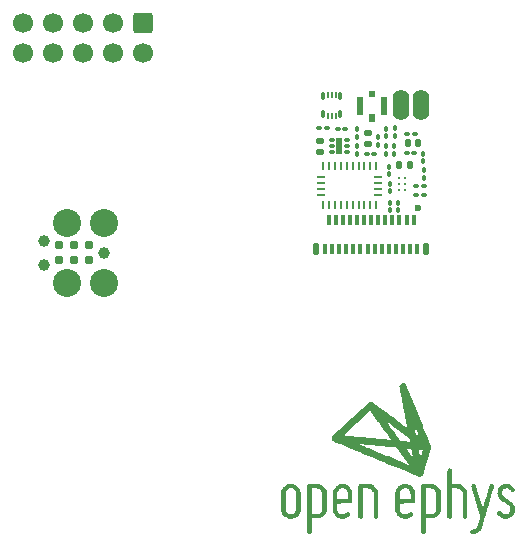
<source format=gbr>
%TF.GenerationSoftware,KiCad,Pcbnew,(7.0.0)*%
%TF.CreationDate,2023-03-09T15:49:26-05:00*%
%TF.ProjectId,headstage-neuropix2e,68656164-7374-4616-9765-2d6e6575726f,A*%
%TF.SameCoordinates,Original*%
%TF.FileFunction,Soldermask,Top*%
%TF.FilePolarity,Negative*%
%FSLAX46Y46*%
G04 Gerber Fmt 4.6, Leading zero omitted, Abs format (unit mm)*
G04 Created by KiCad (PCBNEW (7.0.0)) date 2023-03-09 15:49:26*
%MOMM*%
%LPD*%
G01*
G04 APERTURE LIST*
G04 Aperture macros list*
%AMRoundRect*
0 Rectangle with rounded corners*
0 $1 Rounding radius*
0 $2 $3 $4 $5 $6 $7 $8 $9 X,Y pos of 4 corners*
0 Add a 4 corners polygon primitive as box body*
4,1,4,$2,$3,$4,$5,$6,$7,$8,$9,$2,$3,0*
0 Add four circle primitives for the rounded corners*
1,1,$1+$1,$2,$3*
1,1,$1+$1,$4,$5*
1,1,$1+$1,$6,$7*
1,1,$1+$1,$8,$9*
0 Add four rect primitives between the rounded corners*
20,1,$1+$1,$2,$3,$4,$5,0*
20,1,$1+$1,$4,$5,$6,$7,0*
20,1,$1+$1,$6,$7,$8,$9,0*
20,1,$1+$1,$8,$9,$2,$3,0*%
G04 Aperture macros list end*
%ADD10RoundRect,0.100000X-0.100000X0.130000X-0.100000X-0.130000X0.100000X-0.130000X0.100000X0.130000X0*%
%ADD11C,2.374900*%
%ADD12C,0.990600*%
%ADD13C,0.787400*%
%ADD14O,1.400000X2.600000*%
%ADD15RoundRect,0.100000X0.130000X0.100000X-0.130000X0.100000X-0.130000X-0.100000X0.130000X-0.100000X0*%
%ADD16RoundRect,0.100000X-0.130000X-0.100000X0.130000X-0.100000X0.130000X0.100000X-0.130000X0.100000X0*%
%ADD17RoundRect,0.009000X-0.081000X-0.233500X0.081000X-0.233500X0.081000X0.233500X-0.081000X0.233500X0*%
%ADD18RoundRect,0.011500X-0.103500X-0.256000X0.103500X-0.256000X0.103500X0.256000X-0.103500X0.256000X0*%
%ADD19R,0.254000X0.675000*%
%ADD20R,0.675000X0.254000*%
%ADD21R,0.500000X0.650000*%
%ADD22R,0.600000X1.500000*%
%ADD23R,0.500000X0.550000*%
%ADD24RoundRect,0.140000X0.170000X-0.140000X0.170000X0.140000X-0.170000X0.140000X-0.170000X-0.140000X0*%
%ADD25RoundRect,0.100000X0.100000X-0.130000X0.100000X0.130000X-0.100000X0.130000X-0.100000X-0.130000X0*%
%ADD26RoundRect,0.012500X-0.187500X-0.112500X0.187500X-0.112500X0.187500X0.112500X-0.187500X0.112500X0*%
%ADD27R,0.500000X1.400000*%
%ADD28RoundRect,0.015000X0.135000X0.385000X-0.135000X0.385000X-0.135000X-0.385000X0.135000X-0.385000X0*%
%ADD29RoundRect,0.020000X0.180000X0.455000X-0.180000X0.455000X-0.180000X-0.455000X0.180000X-0.455000X0*%
%ADD30RoundRect,0.140000X-0.170000X0.140000X-0.170000X-0.140000X0.170000X-0.140000X0.170000X0.140000X0*%
%ADD31C,0.600000*%
%ADD32RoundRect,0.140000X0.140000X0.170000X-0.140000X0.170000X-0.140000X-0.170000X0.140000X-0.170000X0*%
%ADD33RoundRect,0.250000X-0.600000X0.600000X-0.600000X-0.600000X0.600000X-0.600000X0.600000X0.600000X0*%
%ADD34C,1.700000*%
%ADD35C,0.285000*%
%ADD36RoundRect,0.050000X-0.200000X-0.250000X0.200000X-0.250000X0.200000X0.250000X-0.200000X0.250000X0*%
G04 APERTURE END LIST*
%TO.C,G\u002A\u002A\u002A*%
G36*
X134805391Y-117710773D02*
G01*
X134805391Y-116947319D01*
X135193177Y-116947319D01*
X135193177Y-117710773D01*
X135226069Y-117777424D01*
X135282661Y-117870159D01*
X135351738Y-117942855D01*
X135435265Y-117997309D01*
X135493710Y-118022177D01*
X135570174Y-118039183D01*
X135656261Y-118041618D01*
X135742615Y-118029984D01*
X135819880Y-118004782D01*
X135820128Y-118004668D01*
X135896299Y-117958202D01*
X135966108Y-117893800D01*
X136023234Y-117817761D01*
X136042192Y-117783329D01*
X136077815Y-117710773D01*
X136077815Y-116947319D01*
X136077815Y-116183865D01*
X136042192Y-116111310D01*
X135991930Y-116031646D01*
X135925905Y-115960836D01*
X135850555Y-115905317D01*
X135820128Y-115889246D01*
X135782556Y-115873215D01*
X135748136Y-115863427D01*
X135708596Y-115858423D01*
X135655667Y-115856744D01*
X135635496Y-115856670D01*
X135576809Y-115857623D01*
X135534045Y-115861453D01*
X135498935Y-115869620D01*
X135463208Y-115883583D01*
X135450864Y-115889246D01*
X135377471Y-115934411D01*
X135308772Y-115996305D01*
X135252125Y-116067568D01*
X135225754Y-116114357D01*
X135193177Y-116183865D01*
X135193177Y-116947319D01*
X134805391Y-116947319D01*
X134805391Y-116159628D01*
X134833771Y-116068741D01*
X134875697Y-115955506D01*
X134927146Y-115858443D01*
X134992618Y-115770012D01*
X135047459Y-115710952D01*
X135134327Y-115633368D01*
X135224699Y-115572871D01*
X135326114Y-115524959D01*
X135405248Y-115497263D01*
X135501161Y-115476295D01*
X135609006Y-115467642D01*
X135719905Y-115471203D01*
X135824976Y-115486873D01*
X135883922Y-115502831D01*
X136010199Y-115554904D01*
X136121844Y-115623761D01*
X136223049Y-115711436D01*
X136310618Y-115812520D01*
X136379043Y-115922976D01*
X136431929Y-116048639D01*
X136432586Y-116050563D01*
X136465601Y-116147510D01*
X136465601Y-116947319D01*
X136465601Y-117747128D01*
X136432586Y-117844075D01*
X136379724Y-117969948D01*
X136310678Y-118081223D01*
X136223158Y-118182577D01*
X136115234Y-118275634D01*
X135997986Y-118346344D01*
X135871013Y-118394883D01*
X135733911Y-118421425D01*
X135665792Y-118426354D01*
X135607021Y-118427131D01*
X135550958Y-118425526D01*
X135506223Y-118421880D01*
X135490987Y-118419439D01*
X135355802Y-118381705D01*
X135236406Y-118328028D01*
X135128602Y-118256177D01*
X135047459Y-118183686D01*
X134969875Y-118096819D01*
X134909378Y-118006447D01*
X134861466Y-117905031D01*
X134833771Y-117825897D01*
X134805391Y-117735010D01*
X134805391Y-117710773D01*
G37*
G36*
X139180105Y-116147510D02*
G01*
X139213120Y-116050563D01*
X139263471Y-115929171D01*
X139328373Y-115821920D01*
X139412277Y-115721671D01*
X139428531Y-115705032D01*
X139516368Y-115627614D01*
X139611125Y-115566543D01*
X139719367Y-115517939D01*
X139779962Y-115497297D01*
X139874414Y-115476529D01*
X139980729Y-115467497D01*
X140089562Y-115470201D01*
X140191571Y-115484642D01*
X140240458Y-115497297D01*
X140357806Y-115541166D01*
X140458418Y-115595580D01*
X140548860Y-115664421D01*
X140591889Y-115705032D01*
X140679392Y-115804769D01*
X140747079Y-115910197D01*
X140799336Y-116028355D01*
X140807118Y-116050563D01*
X140839952Y-116147510D01*
X140840133Y-116585888D01*
X140840134Y-116700673D01*
X140839945Y-116793731D01*
X140839433Y-116867573D01*
X140838466Y-116924707D01*
X140836913Y-116967643D01*
X140834642Y-116998892D01*
X140831520Y-117020964D01*
X140827416Y-117036367D01*
X140822198Y-117047613D01*
X140815735Y-117057210D01*
X140815329Y-117057754D01*
X140786479Y-117090115D01*
X140756890Y-117116227D01*
X140748509Y-117121978D01*
X140738688Y-117126789D01*
X140725289Y-117130759D01*
X140706172Y-117133985D01*
X140679200Y-117136567D01*
X140642232Y-117138603D01*
X140593132Y-117140191D01*
X140529759Y-117141432D01*
X140449976Y-117142422D01*
X140351643Y-117143260D01*
X140232622Y-117144046D01*
X140141832Y-117144582D01*
X139560227Y-117147953D01*
X139564059Y-117429363D01*
X139567891Y-117710773D01*
X139606079Y-117791375D01*
X139659939Y-117880504D01*
X139729285Y-117951570D01*
X139816341Y-118006795D01*
X139826602Y-118011766D01*
X139871355Y-118031393D01*
X139908988Y-118042869D01*
X139949568Y-118048275D01*
X140003162Y-118049690D01*
X140010210Y-118049691D01*
X140100185Y-118042602D01*
X140178426Y-118019770D01*
X140252046Y-117978481D01*
X140304347Y-117937396D01*
X140371482Y-117890310D01*
X140436361Y-117867122D01*
X140498626Y-117867854D01*
X140557920Y-117892526D01*
X140593846Y-117920612D01*
X140636976Y-117973916D01*
X140656714Y-118030422D01*
X140653545Y-118089158D01*
X140627952Y-118149148D01*
X140580417Y-118209420D01*
X140511424Y-118269000D01*
X140421456Y-118326914D01*
X140381558Y-118348442D01*
X140275454Y-118391374D01*
X140156584Y-118419338D01*
X140031768Y-118431641D01*
X139907826Y-118427592D01*
X139796596Y-118407834D01*
X139662375Y-118360663D01*
X139541263Y-118293572D01*
X139434573Y-118207812D01*
X139343619Y-118104634D01*
X139269712Y-117985291D01*
X139214904Y-117853294D01*
X139180105Y-117747128D01*
X139180105Y-116947319D01*
X139180105Y-116759485D01*
X139559910Y-116759485D01*
X140010210Y-116759485D01*
X140460510Y-116759485D01*
X140456478Y-116471675D01*
X140452447Y-116183865D01*
X140416974Y-116111419D01*
X140366945Y-116032002D01*
X140301086Y-115961260D01*
X140225886Y-115905684D01*
X140194842Y-115889246D01*
X140157270Y-115873215D01*
X140122849Y-115863427D01*
X140083310Y-115858423D01*
X140030381Y-115856744D01*
X140010210Y-115856670D01*
X139951522Y-115857623D01*
X139908759Y-115861453D01*
X139873649Y-115869620D01*
X139837922Y-115883583D01*
X139825578Y-115889246D01*
X139748467Y-115936992D01*
X139678118Y-116002483D01*
X139621020Y-116079230D01*
X139603446Y-116111419D01*
X139567973Y-116183865D01*
X139563941Y-116471675D01*
X139559910Y-116759485D01*
X139180105Y-116759485D01*
X139180105Y-116147510D01*
G37*
G36*
X144487929Y-116147510D02*
G01*
X144520945Y-116050563D01*
X144571296Y-115929171D01*
X144636198Y-115821920D01*
X144720102Y-115721671D01*
X144736355Y-115705032D01*
X144824192Y-115627614D01*
X144918949Y-115566543D01*
X145027191Y-115517939D01*
X145087786Y-115497297D01*
X145182239Y-115476529D01*
X145288553Y-115467497D01*
X145397387Y-115470201D01*
X145499396Y-115484642D01*
X145548282Y-115497297D01*
X145665631Y-115541166D01*
X145766242Y-115595580D01*
X145856684Y-115664421D01*
X145899714Y-115705032D01*
X145987216Y-115804769D01*
X146054904Y-115910197D01*
X146107160Y-116028355D01*
X146114942Y-116050563D01*
X146147776Y-116147510D01*
X146147958Y-116585888D01*
X146147959Y-116700673D01*
X146147769Y-116793731D01*
X146147257Y-116867573D01*
X146146290Y-116924707D01*
X146144738Y-116967643D01*
X146142466Y-116998892D01*
X146139345Y-117020964D01*
X146135241Y-117036367D01*
X146130023Y-117047613D01*
X146123559Y-117057210D01*
X146123154Y-117057754D01*
X146094304Y-117090115D01*
X146064715Y-117116227D01*
X146056334Y-117121978D01*
X146046513Y-117126789D01*
X146033113Y-117130759D01*
X146013997Y-117133985D01*
X145987024Y-117136567D01*
X145950057Y-117138603D01*
X145900956Y-117140191D01*
X145837584Y-117141432D01*
X145757800Y-117142422D01*
X145659467Y-117143260D01*
X145540446Y-117144046D01*
X145449656Y-117144582D01*
X144868051Y-117147953D01*
X144871883Y-117429363D01*
X144875716Y-117710773D01*
X144913903Y-117791375D01*
X144967763Y-117880504D01*
X145037109Y-117951570D01*
X145124166Y-118006795D01*
X145134427Y-118011766D01*
X145179179Y-118031393D01*
X145216812Y-118042869D01*
X145257392Y-118048275D01*
X145310987Y-118049690D01*
X145318034Y-118049691D01*
X145408009Y-118042602D01*
X145486250Y-118019770D01*
X145559871Y-117978481D01*
X145612171Y-117937396D01*
X145679306Y-117890310D01*
X145744185Y-117867122D01*
X145806451Y-117867854D01*
X145865744Y-117892526D01*
X145901671Y-117920612D01*
X145944800Y-117973916D01*
X145964539Y-118030422D01*
X145961370Y-118089158D01*
X145935776Y-118149148D01*
X145888242Y-118209420D01*
X145819249Y-118269000D01*
X145729281Y-118326914D01*
X145689382Y-118348442D01*
X145583278Y-118391374D01*
X145464408Y-118419338D01*
X145339592Y-118431641D01*
X145215650Y-118427592D01*
X145104421Y-118407834D01*
X144970200Y-118360663D01*
X144849088Y-118293572D01*
X144742398Y-118207812D01*
X144651443Y-118104634D01*
X144577536Y-117985291D01*
X144522728Y-117853294D01*
X144487929Y-117747128D01*
X144487929Y-116947319D01*
X144487929Y-116759485D01*
X144867734Y-116759485D01*
X145318034Y-116759485D01*
X145768335Y-116759485D01*
X145764303Y-116471675D01*
X145760271Y-116183865D01*
X145724798Y-116111419D01*
X145674770Y-116032002D01*
X145608911Y-115961260D01*
X145533710Y-115905684D01*
X145502666Y-115889246D01*
X145465094Y-115873215D01*
X145430674Y-115863427D01*
X145391134Y-115858423D01*
X145338205Y-115856744D01*
X145318034Y-115856670D01*
X145259347Y-115857623D01*
X145216584Y-115861453D01*
X145181474Y-115869620D01*
X145145746Y-115883583D01*
X145133402Y-115889246D01*
X145056291Y-115936992D01*
X144985942Y-116002483D01*
X144928845Y-116079230D01*
X144911270Y-116111419D01*
X144875798Y-116183865D01*
X144871766Y-116471675D01*
X144867734Y-116759485D01*
X144487929Y-116759485D01*
X144487929Y-116147510D01*
G37*
G36*
X142449158Y-115531108D02*
G01*
X142550179Y-115572085D01*
X142635146Y-115618428D01*
X142712241Y-115675233D01*
X142778331Y-115736188D01*
X142866347Y-115837270D01*
X142934769Y-115946956D01*
X142987452Y-116071455D01*
X142988597Y-116074800D01*
X143021613Y-116171747D01*
X143021613Y-117240295D01*
X143021605Y-117425560D01*
X143021557Y-117588125D01*
X143021436Y-117729528D01*
X143021205Y-117851306D01*
X143020831Y-117954997D01*
X143020278Y-118042137D01*
X143019511Y-118114265D01*
X143018497Y-118172916D01*
X143017198Y-118219629D01*
X143015582Y-118255941D01*
X143013613Y-118283389D01*
X143011256Y-118303511D01*
X143008476Y-118317842D01*
X143005238Y-118327922D01*
X143001509Y-118335287D01*
X142997252Y-118341475D01*
X142996627Y-118342314D01*
X142954874Y-118388489D01*
X142910244Y-118414805D01*
X142855110Y-118425169D01*
X142833779Y-118425754D01*
X142773627Y-118419714D01*
X142726440Y-118398989D01*
X142684588Y-118359670D01*
X142670930Y-118342328D01*
X142666561Y-118336074D01*
X142662721Y-118328728D01*
X142659369Y-118318741D01*
X142656457Y-118304560D01*
X142653943Y-118284633D01*
X142651782Y-118257410D01*
X142649929Y-118221339D01*
X142648340Y-118174869D01*
X142646970Y-118116448D01*
X142645775Y-118044524D01*
X142644711Y-117957547D01*
X142643733Y-117853965D01*
X142642797Y-117732227D01*
X142641858Y-117590781D01*
X142640871Y-117428075D01*
X142639885Y-117258487D01*
X142633826Y-116208101D01*
X142598313Y-116135656D01*
X142543336Y-116049665D01*
X142470499Y-115975823D01*
X142385189Y-115919515D01*
X142379077Y-115916461D01*
X142306632Y-115880989D01*
X142018993Y-115876959D01*
X141731355Y-115872929D01*
X141728154Y-117090894D01*
X141727625Y-117289469D01*
X141727124Y-117465241D01*
X141726618Y-117619646D01*
X141726075Y-117754118D01*
X141725463Y-117870091D01*
X141724750Y-117969000D01*
X141723902Y-118052279D01*
X141722888Y-118121362D01*
X141721675Y-118177684D01*
X141720232Y-118222680D01*
X141718525Y-118257783D01*
X141716523Y-118284429D01*
X141714193Y-118304052D01*
X141711503Y-118318086D01*
X141708420Y-118327965D01*
X141704913Y-118335125D01*
X141700948Y-118340999D01*
X141699967Y-118342321D01*
X141671895Y-118374026D01*
X141643308Y-118399431D01*
X141602652Y-118418180D01*
X141550154Y-118427306D01*
X141496592Y-118425881D01*
X141457748Y-118415439D01*
X141413953Y-118385818D01*
X141376542Y-118343296D01*
X141352748Y-118296704D01*
X141349301Y-118283007D01*
X141348391Y-118265825D01*
X141347579Y-118226024D01*
X141346869Y-118165224D01*
X141346264Y-118085042D01*
X141345771Y-117987097D01*
X141345391Y-117873008D01*
X141345131Y-117744392D01*
X141344993Y-117602868D01*
X141344982Y-117450055D01*
X141345103Y-117287570D01*
X141345359Y-117117033D01*
X141345755Y-116940061D01*
X141345790Y-116926998D01*
X141346345Y-116720052D01*
X141346867Y-116535966D01*
X141347386Y-116373364D01*
X141347931Y-116230868D01*
X141348531Y-116107102D01*
X141349215Y-116000690D01*
X141350012Y-115910254D01*
X141350950Y-115834418D01*
X141352059Y-115771806D01*
X141353369Y-115721041D01*
X141354907Y-115680746D01*
X141356703Y-115649545D01*
X141358787Y-115626060D01*
X141361186Y-115608916D01*
X141363931Y-115596736D01*
X141367050Y-115588143D01*
X141370572Y-115581760D01*
X141374270Y-115576554D01*
X141403130Y-115544214D01*
X141432751Y-115518106D01*
X141442337Y-115511567D01*
X141453438Y-115506281D01*
X141468566Y-115502113D01*
X141490228Y-115498932D01*
X141520936Y-115496605D01*
X141563200Y-115494999D01*
X141619528Y-115493980D01*
X141692432Y-115493416D01*
X141784420Y-115493174D01*
X141898004Y-115493121D01*
X141904616Y-115493121D01*
X142342987Y-115493121D01*
X142449158Y-115531108D01*
G37*
G36*
X149134864Y-114178263D02*
G01*
X149182051Y-114198988D01*
X149223903Y-114238305D01*
X149237562Y-114255649D01*
X149243241Y-114263914D01*
X149248003Y-114273596D01*
X149251944Y-114286802D01*
X149255158Y-114305637D01*
X149257739Y-114332207D01*
X149259783Y-114368619D01*
X149261383Y-114416978D01*
X149262635Y-114479391D01*
X149263632Y-114557964D01*
X149264469Y-114654802D01*
X149265242Y-114772012D01*
X149265905Y-114887016D01*
X149269263Y-115484929D01*
X149574923Y-115489753D01*
X149669783Y-115491358D01*
X149744152Y-115493047D01*
X149801772Y-115495165D01*
X149846388Y-115498056D01*
X149881743Y-115502067D01*
X149911581Y-115507541D01*
X149939645Y-115514825D01*
X149969679Y-115524263D01*
X149977529Y-115526864D01*
X150103757Y-115579087D01*
X150215205Y-115647820D01*
X150316656Y-115735673D01*
X150404225Y-115836757D01*
X150472650Y-115947213D01*
X150525535Y-116072876D01*
X150526193Y-116074800D01*
X150559208Y-116171747D01*
X150559208Y-117240295D01*
X150559200Y-117425560D01*
X150559153Y-117588125D01*
X150559031Y-117729528D01*
X150558801Y-117851306D01*
X150558426Y-117954997D01*
X150557873Y-118042137D01*
X150557107Y-118114265D01*
X150556092Y-118172916D01*
X150554794Y-118219629D01*
X150553177Y-118255941D01*
X150551208Y-118283389D01*
X150548851Y-118303511D01*
X150546071Y-118317842D01*
X150542834Y-118327922D01*
X150539104Y-118335287D01*
X150534847Y-118341475D01*
X150534223Y-118342314D01*
X150492470Y-118388489D01*
X150447839Y-118414805D01*
X150392705Y-118425169D01*
X150371374Y-118425754D01*
X150311223Y-118419714D01*
X150264035Y-118398989D01*
X150222183Y-118359670D01*
X150208525Y-118342328D01*
X150204156Y-118336074D01*
X150200317Y-118328728D01*
X150196964Y-118318741D01*
X150194053Y-118304560D01*
X150191539Y-118284633D01*
X150189377Y-118257410D01*
X150187524Y-118221339D01*
X150185935Y-118174869D01*
X150184565Y-118116448D01*
X150183371Y-118044524D01*
X150182306Y-117957547D01*
X150181328Y-117853965D01*
X150180392Y-117732227D01*
X150179453Y-117590781D01*
X150178467Y-117428075D01*
X150177481Y-117258487D01*
X150171422Y-116208101D01*
X150135908Y-116135656D01*
X150080931Y-116049665D01*
X150008094Y-115975823D01*
X149922785Y-115919515D01*
X149916673Y-115916461D01*
X149844227Y-115880989D01*
X149556589Y-115876959D01*
X149268950Y-115872929D01*
X149265749Y-117090894D01*
X149265220Y-117289469D01*
X149264719Y-117465241D01*
X149264214Y-117619646D01*
X149263671Y-117754118D01*
X149263059Y-117870091D01*
X149262345Y-117969000D01*
X149261497Y-118052279D01*
X149260483Y-118121362D01*
X149259271Y-118177684D01*
X149257827Y-118222680D01*
X149256120Y-118257783D01*
X149254118Y-118284429D01*
X149251788Y-118304052D01*
X149249098Y-118318086D01*
X149246016Y-118327965D01*
X149242508Y-118335125D01*
X149238544Y-118340999D01*
X149237562Y-118342321D01*
X149209491Y-118374026D01*
X149180903Y-118399431D01*
X149140248Y-118418180D01*
X149087749Y-118427306D01*
X149034187Y-118425881D01*
X148995344Y-118415439D01*
X148951557Y-118385827D01*
X148914159Y-118343323D01*
X148890377Y-118296752D01*
X148886923Y-118283007D01*
X148886177Y-118266758D01*
X148885495Y-118227576D01*
X148884879Y-118166765D01*
X148884331Y-118085628D01*
X148883855Y-117985469D01*
X148883451Y-117867593D01*
X148883123Y-117733302D01*
X148882873Y-117583901D01*
X148882703Y-117420693D01*
X148882615Y-117244982D01*
X148882611Y-117058071D01*
X148882694Y-116861264D01*
X148882866Y-116655866D01*
X148883130Y-116443179D01*
X148883412Y-116266551D01*
X148883863Y-116010360D01*
X148884289Y-115777291D01*
X148884703Y-115566231D01*
X148885123Y-115376066D01*
X148885563Y-115205681D01*
X148886041Y-115053963D01*
X148886570Y-114919798D01*
X148887167Y-114802071D01*
X148887849Y-114699669D01*
X148888630Y-114611478D01*
X148889526Y-114536384D01*
X148890554Y-114473272D01*
X148891729Y-114421029D01*
X148893066Y-114378541D01*
X148894581Y-114344694D01*
X148896291Y-114318374D01*
X148898211Y-114298466D01*
X148900357Y-114283858D01*
X148902744Y-114273434D01*
X148905388Y-114266081D01*
X148908306Y-114260685D01*
X148911512Y-114256132D01*
X148911865Y-114255658D01*
X148953620Y-114209486D01*
X148998249Y-114183172D01*
X149053379Y-114172809D01*
X149074714Y-114172224D01*
X149134864Y-114178263D01*
G37*
G36*
X153909924Y-115469524D02*
G01*
X153973879Y-115470442D01*
X154021639Y-115473382D01*
X154061231Y-115479653D01*
X154100686Y-115490564D01*
X154148033Y-115507422D01*
X154152290Y-115509025D01*
X154271959Y-115564692D01*
X154380146Y-115636020D01*
X154473143Y-115720039D01*
X154547242Y-115813781D01*
X154561323Y-115836578D01*
X154588183Y-115902277D01*
X154593333Y-115966957D01*
X154577747Y-116026721D01*
X154542401Y-116077676D01*
X154491788Y-116114185D01*
X154424946Y-116136343D01*
X154360536Y-116135630D01*
X154301992Y-116113011D01*
X154252749Y-116069452D01*
X154233554Y-116041609D01*
X154177319Y-115965964D01*
X154108749Y-115910659D01*
X154026860Y-115875154D01*
X153930669Y-115858911D01*
X153897805Y-115857703D01*
X153815141Y-115862140D01*
X153747490Y-115879087D01*
X153687639Y-115911387D01*
X153628375Y-115961889D01*
X153624824Y-115965416D01*
X153567794Y-116037812D01*
X153530141Y-116119013D01*
X153512099Y-116204968D01*
X153513901Y-116291625D01*
X153535779Y-116374932D01*
X153577964Y-116450836D01*
X153595708Y-116472807D01*
X153619191Y-116494991D01*
X153660389Y-116528916D01*
X153716920Y-116572781D01*
X153786404Y-116624780D01*
X153866455Y-116683111D01*
X153954694Y-116745970D01*
X153980700Y-116764246D01*
X154063818Y-116823056D01*
X154143327Y-116880384D01*
X154216299Y-116934038D01*
X154279805Y-116981828D01*
X154330917Y-117021560D01*
X154366707Y-117051042D01*
X154379422Y-117062714D01*
X154463237Y-117160018D01*
X154527908Y-117266571D01*
X154569351Y-117364866D01*
X154584543Y-117409474D01*
X154594889Y-117446869D01*
X154601321Y-117483767D01*
X154604772Y-117526885D01*
X154606174Y-117582939D01*
X154606432Y-117632004D01*
X154603355Y-117737229D01*
X154592540Y-117825498D01*
X154572241Y-117903343D01*
X154540712Y-117977292D01*
X154496208Y-118053875D01*
X154491781Y-118060698D01*
X154407717Y-118168615D01*
X154308931Y-118259566D01*
X154198151Y-118332467D01*
X154078100Y-118386231D01*
X153951505Y-118419772D01*
X153821091Y-118432003D01*
X153689582Y-118421839D01*
X153621865Y-118407394D01*
X153499443Y-118364139D01*
X153384130Y-118301695D01*
X153280391Y-118223189D01*
X153192689Y-118131748D01*
X153155073Y-118080382D01*
X153118033Y-118008633D01*
X153102328Y-117940394D01*
X153107257Y-117878214D01*
X153132120Y-117824640D01*
X153176218Y-117782221D01*
X153238850Y-117753504D01*
X153245396Y-117751672D01*
X153312512Y-117743784D01*
X153371327Y-117758585D01*
X153423002Y-117796457D01*
X153439970Y-117815674D01*
X153492247Y-117878882D01*
X153535455Y-117925801D01*
X153573842Y-117960389D01*
X153611656Y-117986608D01*
X153639800Y-118001972D01*
X153678040Y-118019536D01*
X153712049Y-118030140D01*
X153750543Y-118035512D01*
X153802240Y-118037379D01*
X153819036Y-118037504D01*
X153875008Y-118036824D01*
X153915296Y-118033120D01*
X153948414Y-118024751D01*
X153982875Y-118010074D01*
X153996633Y-118003242D01*
X154075680Y-117951531D01*
X154143569Y-117884258D01*
X154190657Y-117813779D01*
X154203875Y-117784998D01*
X154212268Y-117755823D01*
X154216871Y-117719596D01*
X154218721Y-117669658D01*
X154218941Y-117632004D01*
X154218438Y-117573331D01*
X154216073Y-117532009D01*
X154210557Y-117501159D01*
X154200603Y-117473901D01*
X154184923Y-117443356D01*
X154182972Y-117439822D01*
X154170672Y-117418304D01*
X154158006Y-117398797D01*
X154143007Y-117379687D01*
X154123708Y-117359359D01*
X154098140Y-117336199D01*
X154064338Y-117308592D01*
X154020332Y-117274924D01*
X153964155Y-117233580D01*
X153893841Y-117182946D01*
X153807421Y-117121408D01*
X153715685Y-117056384D01*
X153618091Y-116986563D01*
X153530611Y-116922566D01*
X153455216Y-116865902D01*
X153393877Y-116818079D01*
X153348565Y-116780605D01*
X153321251Y-116754989D01*
X153319840Y-116753426D01*
X153245757Y-116653023D01*
X153186121Y-116537151D01*
X153156719Y-116456527D01*
X153136402Y-116364230D01*
X153127360Y-116261315D01*
X153129626Y-116156838D01*
X153143230Y-116059856D01*
X153155169Y-116014208D01*
X153206363Y-115891805D01*
X153277896Y-115779792D01*
X153367166Y-115680734D01*
X153471575Y-115597194D01*
X153588523Y-115531735D01*
X153679676Y-115497039D01*
X153729104Y-115483440D01*
X153776420Y-115474981D01*
X153829966Y-115470663D01*
X153898086Y-115469491D01*
X153909924Y-115469524D01*
G37*
G36*
X152730300Y-115486672D02*
G01*
X152781428Y-115519272D01*
X152819637Y-115565975D01*
X152840714Y-115623608D01*
X152843511Y-115655273D01*
X152840110Y-115669859D01*
X152830211Y-115706113D01*
X152814274Y-115762485D01*
X152792759Y-115837427D01*
X152766124Y-115929389D01*
X152734830Y-116036822D01*
X152699336Y-116158176D01*
X152660100Y-116291903D01*
X152617583Y-116436454D01*
X152572243Y-116590279D01*
X152524541Y-116751829D01*
X152474935Y-116919555D01*
X152423884Y-117091908D01*
X152371849Y-117267339D01*
X152319288Y-117444298D01*
X152266662Y-117621237D01*
X152214428Y-117796605D01*
X152163047Y-117968855D01*
X152112978Y-118136436D01*
X152064680Y-118297800D01*
X152018613Y-118451397D01*
X151975236Y-118595679D01*
X151935009Y-118729096D01*
X151898390Y-118850099D01*
X151865839Y-118957139D01*
X151837816Y-119048666D01*
X151824367Y-119092262D01*
X151787143Y-119199892D01*
X151746728Y-119289274D01*
X151699723Y-119366391D01*
X151642729Y-119437232D01*
X151607602Y-119473989D01*
X151496614Y-119568708D01*
X151376017Y-119641712D01*
X151247033Y-119692436D01*
X151110887Y-119720311D01*
X151068177Y-119724176D01*
X151016292Y-119726545D01*
X150980044Y-119724767D01*
X150951012Y-119717611D01*
X150920771Y-119703848D01*
X150917595Y-119702186D01*
X150864873Y-119662102D01*
X150832043Y-119608406D01*
X150819818Y-119542307D01*
X150819752Y-119536601D01*
X150827824Y-119470555D01*
X150852907Y-119418898D01*
X150896297Y-119380471D01*
X150959293Y-119354116D01*
X151041366Y-119338879D01*
X151150763Y-119316736D01*
X151243984Y-119276568D01*
X151321111Y-119218322D01*
X151382228Y-119141945D01*
X151398037Y-119114390D01*
X151412275Y-119082317D01*
X151431144Y-119032170D01*
X151453664Y-118967237D01*
X151478856Y-118890810D01*
X151505740Y-118806178D01*
X151533336Y-118716631D01*
X151560665Y-118625459D01*
X151586748Y-118535952D01*
X151610604Y-118451401D01*
X151631254Y-118375095D01*
X151647719Y-118310325D01*
X151659018Y-118260379D01*
X151664174Y-118228550D01*
X151664162Y-118220577D01*
X151659866Y-118204024D01*
X151649067Y-118165852D01*
X151632235Y-118107652D01*
X151609842Y-118031017D01*
X151582357Y-117937538D01*
X151550252Y-117828807D01*
X151513998Y-117706418D01*
X151474064Y-117571961D01*
X151430922Y-117427028D01*
X151385043Y-117273213D01*
X151336897Y-117112106D01*
X151298452Y-116983674D01*
X151248664Y-116817389D01*
X151200608Y-116656738D01*
X151154771Y-116503357D01*
X151111640Y-116358883D01*
X151071702Y-116224951D01*
X151035444Y-116103198D01*
X151003353Y-115995261D01*
X150975916Y-115902775D01*
X150953621Y-115827378D01*
X150936953Y-115770704D01*
X150926401Y-115734392D01*
X150922806Y-115721555D01*
X150913826Y-115649357D01*
X150927148Y-115586349D01*
X150962936Y-115531851D01*
X150970905Y-115523732D01*
X151022729Y-115488446D01*
X151081385Y-115472398D01*
X151141455Y-115474801D01*
X151197522Y-115494868D01*
X151244168Y-115531810D01*
X151268130Y-115566928D01*
X151274300Y-115583806D01*
X151286798Y-115622147D01*
X151305082Y-115680171D01*
X151328610Y-115756100D01*
X151356839Y-115848153D01*
X151389227Y-115954551D01*
X151425231Y-116073515D01*
X151464310Y-116203265D01*
X151505920Y-116342023D01*
X151549520Y-116488007D01*
X151577147Y-116580809D01*
X151621382Y-116729345D01*
X151663711Y-116871022D01*
X151703619Y-117004144D01*
X151740591Y-117127016D01*
X151774113Y-117237942D01*
X151803670Y-117335226D01*
X151828747Y-117417172D01*
X151848829Y-117482084D01*
X151863403Y-117528267D01*
X151871953Y-117554026D01*
X151874046Y-117559014D01*
X151878398Y-117547704D01*
X151889170Y-117514919D01*
X151905824Y-117462400D01*
X151927825Y-117391890D01*
X151954638Y-117305131D01*
X151985726Y-117203864D01*
X152020554Y-117089832D01*
X152058586Y-116964776D01*
X152099287Y-116830438D01*
X152142119Y-116688561D01*
X152158203Y-116635159D01*
X152202276Y-116488751D01*
X152244771Y-116347602D01*
X152285106Y-116213648D01*
X152322698Y-116088824D01*
X152356963Y-115975067D01*
X152387318Y-115874312D01*
X152413181Y-115788495D01*
X152433968Y-115719550D01*
X152449096Y-115669415D01*
X152457982Y-115640023D01*
X152459247Y-115635858D01*
X152489911Y-115564290D01*
X152532481Y-115513326D01*
X152587881Y-115481962D01*
X152606140Y-115476475D01*
X152670466Y-115471348D01*
X152730300Y-115486672D01*
G37*
G36*
X138122917Y-115531108D02*
G01*
X138223939Y-115572085D01*
X138308906Y-115618428D01*
X138386001Y-115675233D01*
X138452090Y-115736188D01*
X138540107Y-115837270D01*
X138608528Y-115946956D01*
X138661212Y-116071455D01*
X138662357Y-116074800D01*
X138695372Y-116171747D01*
X138695372Y-116947319D01*
X138695372Y-117722892D01*
X138662357Y-117819838D01*
X138610016Y-117944785D01*
X138542034Y-118054765D01*
X138454553Y-118155986D01*
X138452090Y-118158450D01*
X138374445Y-118228936D01*
X138296000Y-118284216D01*
X138208479Y-118329432D01*
X138122917Y-118363039D01*
X138089863Y-118374551D01*
X138061441Y-118383474D01*
X138033895Y-118390193D01*
X138003470Y-118395093D01*
X137966409Y-118398560D01*
X137918956Y-118400979D01*
X137857355Y-118402734D01*
X137777851Y-118404211D01*
X137711086Y-118405262D01*
X137405427Y-118409987D01*
X137402069Y-119007761D01*
X137401279Y-119143578D01*
X137400502Y-119257266D01*
X137399644Y-119350929D01*
X137398612Y-119426675D01*
X137397309Y-119486610D01*
X137395641Y-119532840D01*
X137393515Y-119567472D01*
X137390835Y-119592611D01*
X137387506Y-119610365D01*
X137383435Y-119622840D01*
X137378526Y-119632141D01*
X137373726Y-119638989D01*
X137345652Y-119670692D01*
X137317067Y-119696092D01*
X137276412Y-119714840D01*
X137223913Y-119723966D01*
X137170352Y-119722541D01*
X137131508Y-119712099D01*
X137087721Y-119682487D01*
X137050323Y-119639983D01*
X137026541Y-119593412D01*
X137023087Y-119579667D01*
X137022339Y-119563405D01*
X137021654Y-119524215D01*
X137021037Y-119463404D01*
X137020489Y-119382279D01*
X137020012Y-119282151D01*
X137019608Y-119164325D01*
X137019281Y-119030110D01*
X137019032Y-118880814D01*
X137018863Y-118717745D01*
X137018777Y-118542211D01*
X137018776Y-118355520D01*
X137018863Y-118158979D01*
X137019039Y-117953897D01*
X137019307Y-117741582D01*
X137019575Y-117575329D01*
X137020029Y-117319960D01*
X137020455Y-117087710D01*
X137020871Y-116877462D01*
X137021292Y-116688097D01*
X137021735Y-116518499D01*
X137022214Y-116367550D01*
X137022747Y-116234132D01*
X137023348Y-116117128D01*
X137024034Y-116015421D01*
X137024821Y-115927892D01*
X137025464Y-115874848D01*
X137404771Y-115874848D01*
X137404771Y-116947319D01*
X137404771Y-118019790D01*
X137664235Y-118019790D01*
X137755010Y-118019486D01*
X137825518Y-118018395D01*
X137879724Y-118016249D01*
X137921593Y-118012780D01*
X137955089Y-118007720D01*
X137984177Y-118000802D01*
X137995662Y-117997393D01*
X138091140Y-117956301D01*
X138171679Y-117896722D01*
X138238264Y-117817776D01*
X138281677Y-117741069D01*
X138287011Y-117729388D01*
X138291558Y-117717262D01*
X138295380Y-117702765D01*
X138298541Y-117683971D01*
X138301103Y-117658953D01*
X138303129Y-117625786D01*
X138304681Y-117582543D01*
X138305824Y-117527299D01*
X138306619Y-117458127D01*
X138307130Y-117373102D01*
X138307419Y-117270297D01*
X138307550Y-117147787D01*
X138307585Y-117003645D01*
X138307586Y-116947319D01*
X138307570Y-116795093D01*
X138307480Y-116665177D01*
X138307254Y-116555646D01*
X138306829Y-116464573D01*
X138306141Y-116390033D01*
X138305128Y-116330100D01*
X138303727Y-116282846D01*
X138301875Y-116246347D01*
X138299509Y-116218677D01*
X138296567Y-116197908D01*
X138292985Y-116182116D01*
X138288700Y-116169374D01*
X138283651Y-116157756D01*
X138281677Y-116153569D01*
X138225429Y-116058686D01*
X138156004Y-115983868D01*
X138072418Y-115928233D01*
X137995662Y-115897245D01*
X137967232Y-115889493D01*
X137936008Y-115883710D01*
X137898025Y-115879626D01*
X137849317Y-115876974D01*
X137785921Y-115875486D01*
X137703871Y-115874894D01*
X137664235Y-115874848D01*
X137404771Y-115874848D01*
X137025464Y-115874848D01*
X137025724Y-115853425D01*
X137026760Y-115790902D01*
X137027945Y-115739204D01*
X137029293Y-115697216D01*
X137030822Y-115663818D01*
X137032548Y-115637894D01*
X137034485Y-115618327D01*
X137036650Y-115603998D01*
X137039059Y-115593790D01*
X137041728Y-115586585D01*
X137044673Y-115581267D01*
X137047909Y-115576717D01*
X137048029Y-115576555D01*
X137076890Y-115544214D01*
X137106510Y-115518106D01*
X137116096Y-115511567D01*
X137127198Y-115506281D01*
X137142325Y-115502113D01*
X137163988Y-115498932D01*
X137194696Y-115496605D01*
X137236959Y-115494999D01*
X137293288Y-115493980D01*
X137366191Y-115493416D01*
X137458180Y-115493174D01*
X137571763Y-115493121D01*
X137578376Y-115493121D01*
X138016746Y-115493121D01*
X138122917Y-115531108D01*
G37*
G36*
X147769101Y-115531108D02*
G01*
X147870122Y-115572085D01*
X147955089Y-115618428D01*
X148032184Y-115675233D01*
X148098273Y-115736188D01*
X148186290Y-115837270D01*
X148254712Y-115946956D01*
X148307395Y-116071455D01*
X148308540Y-116074800D01*
X148341555Y-116171747D01*
X148341555Y-116947319D01*
X148341555Y-117722892D01*
X148308540Y-117819838D01*
X148256200Y-117944785D01*
X148188217Y-118054765D01*
X148100736Y-118155986D01*
X148098273Y-118158450D01*
X148020628Y-118228936D01*
X147942183Y-118284216D01*
X147854662Y-118329432D01*
X147769101Y-118363039D01*
X147736046Y-118374551D01*
X147707624Y-118383474D01*
X147680079Y-118390193D01*
X147649653Y-118395093D01*
X147612592Y-118398560D01*
X147565139Y-118400979D01*
X147503538Y-118402734D01*
X147424034Y-118404211D01*
X147357270Y-118405262D01*
X147051610Y-118409987D01*
X147048253Y-119007761D01*
X147047462Y-119143578D01*
X147046685Y-119257266D01*
X147045828Y-119350929D01*
X147044795Y-119426675D01*
X147043492Y-119486610D01*
X147041824Y-119532840D01*
X147039698Y-119567472D01*
X147037018Y-119592611D01*
X147033689Y-119610365D01*
X147029618Y-119622840D01*
X147024709Y-119632141D01*
X147019910Y-119638989D01*
X146991835Y-119670692D01*
X146963250Y-119696092D01*
X146922595Y-119714840D01*
X146870096Y-119723966D01*
X146816535Y-119722541D01*
X146777691Y-119712099D01*
X146733904Y-119682487D01*
X146696506Y-119639983D01*
X146672724Y-119593412D01*
X146669270Y-119579667D01*
X146668522Y-119563405D01*
X146667838Y-119524215D01*
X146667220Y-119463404D01*
X146666672Y-119382279D01*
X146666195Y-119282151D01*
X146665791Y-119164325D01*
X146665464Y-119030110D01*
X146665215Y-118880814D01*
X146665046Y-118717745D01*
X146664960Y-118542211D01*
X146664959Y-118355520D01*
X146665046Y-118158979D01*
X146665222Y-117953897D01*
X146665490Y-117741582D01*
X146665759Y-117575329D01*
X146666212Y-117319960D01*
X146666638Y-117087710D01*
X146667054Y-116877462D01*
X146667476Y-116688097D01*
X146667918Y-116518499D01*
X146668397Y-116367550D01*
X146668930Y-116234132D01*
X146669531Y-116117128D01*
X146670217Y-116015421D01*
X146671004Y-115927892D01*
X146671647Y-115874848D01*
X147050954Y-115874848D01*
X147050954Y-116947319D01*
X147050954Y-118019790D01*
X147310418Y-118019790D01*
X147401193Y-118019486D01*
X147471701Y-118018395D01*
X147525907Y-118016249D01*
X147567776Y-118012780D01*
X147601272Y-118007720D01*
X147630360Y-118000802D01*
X147641845Y-117997393D01*
X147737323Y-117956301D01*
X147817862Y-117896722D01*
X147884447Y-117817776D01*
X147927860Y-117741069D01*
X147933194Y-117729388D01*
X147937741Y-117717262D01*
X147941563Y-117702765D01*
X147944724Y-117683971D01*
X147947286Y-117658953D01*
X147949312Y-117625786D01*
X147950865Y-117582543D01*
X147952007Y-117527299D01*
X147952803Y-117458127D01*
X147953313Y-117373102D01*
X147953603Y-117270297D01*
X147953733Y-117147787D01*
X147953768Y-117003645D01*
X147953769Y-116947319D01*
X147953753Y-116795093D01*
X147953664Y-116665177D01*
X147953437Y-116555646D01*
X147953012Y-116464573D01*
X147952324Y-116390033D01*
X147951311Y-116330100D01*
X147949910Y-116282846D01*
X147948058Y-116246347D01*
X147945692Y-116218677D01*
X147942750Y-116197908D01*
X147939168Y-116182116D01*
X147934884Y-116169374D01*
X147929834Y-116157756D01*
X147927860Y-116153569D01*
X147871613Y-116058686D01*
X147802187Y-115983868D01*
X147718601Y-115928233D01*
X147641845Y-115897245D01*
X147613416Y-115889493D01*
X147582192Y-115883710D01*
X147544208Y-115879626D01*
X147495500Y-115876974D01*
X147432104Y-115875486D01*
X147350054Y-115874894D01*
X147310418Y-115874848D01*
X147050954Y-115874848D01*
X146671647Y-115874848D01*
X146671907Y-115853425D01*
X146672943Y-115790902D01*
X146674128Y-115739204D01*
X146675477Y-115697216D01*
X146677006Y-115663818D01*
X146678731Y-115637894D01*
X146680668Y-115618327D01*
X146682833Y-115603998D01*
X146685242Y-115593790D01*
X146687911Y-115586585D01*
X146690856Y-115581267D01*
X146694092Y-115576717D01*
X146694212Y-115576555D01*
X146723073Y-115544214D01*
X146752693Y-115518106D01*
X146762279Y-115511567D01*
X146773381Y-115506281D01*
X146788508Y-115502113D01*
X146810171Y-115498932D01*
X146840879Y-115496605D01*
X146883143Y-115494999D01*
X146939471Y-115493980D01*
X147012375Y-115493416D01*
X147104363Y-115493174D01*
X147217946Y-115493121D01*
X147224559Y-115493121D01*
X147662929Y-115493121D01*
X147769101Y-115531108D01*
G37*
G36*
X145398454Y-110258006D02*
G01*
X146008779Y-110258006D01*
X146014838Y-110264065D01*
X146020897Y-110258006D01*
X146014838Y-110251947D01*
X146008779Y-110258006D01*
X145398454Y-110258006D01*
X145389167Y-110209536D01*
X145362037Y-110068328D01*
X145332320Y-109914011D01*
X145300274Y-109747920D01*
X145266154Y-109571391D01*
X145230216Y-109385758D01*
X145192717Y-109192357D01*
X145158159Y-109014374D01*
X145104315Y-108736702D01*
X145055290Y-108482719D01*
X145011072Y-108252364D01*
X144971648Y-108045576D01*
X144937009Y-107862293D01*
X144907142Y-107702455D01*
X144882036Y-107565999D01*
X144861679Y-107452865D01*
X144846061Y-107362991D01*
X144835169Y-107296316D01*
X144828994Y-107252779D01*
X144827440Y-107234485D01*
X144837139Y-107148940D01*
X144866970Y-107076627D01*
X144917342Y-107016696D01*
X144940915Y-106997745D01*
X145017875Y-106954823D01*
X145097413Y-106935948D01*
X145178670Y-106941175D01*
X145260789Y-106970560D01*
X145271954Y-106976413D01*
X145326138Y-107013436D01*
X145368853Y-107061320D01*
X145404327Y-107125423D01*
X145420437Y-107164614D01*
X145427567Y-107182667D01*
X145443295Y-107221927D01*
X145467113Y-107281141D01*
X145498513Y-107359055D01*
X145536988Y-107454415D01*
X145582030Y-107565967D01*
X145633132Y-107692458D01*
X145689784Y-107832633D01*
X145751481Y-107985239D01*
X145817714Y-108149022D01*
X145887975Y-108322729D01*
X145961757Y-108505104D01*
X146038552Y-108694896D01*
X146117853Y-108890849D01*
X146199151Y-109091711D01*
X146281939Y-109296226D01*
X146365710Y-109503142D01*
X146449955Y-109711205D01*
X146534168Y-109919161D01*
X146617839Y-110125756D01*
X146700463Y-110329736D01*
X146781530Y-110529848D01*
X146860533Y-110724837D01*
X146936965Y-110913450D01*
X147010318Y-111094433D01*
X147080084Y-111266533D01*
X147145755Y-111428495D01*
X147206824Y-111579066D01*
X147262783Y-111716991D01*
X147313125Y-111841018D01*
X147357341Y-111949892D01*
X147394925Y-112042360D01*
X147425367Y-112117167D01*
X147448162Y-112173060D01*
X147462800Y-112208786D01*
X147467944Y-112221174D01*
X147493334Y-112303947D01*
X147496526Y-112384033D01*
X147477752Y-112467932D01*
X147476799Y-112470732D01*
X147470889Y-112489668D01*
X147458808Y-112529845D01*
X147441151Y-112589230D01*
X147418510Y-112665791D01*
X147391481Y-112757495D01*
X147360656Y-112862310D01*
X147326630Y-112978203D01*
X147289997Y-113103141D01*
X147251349Y-113235092D01*
X147211282Y-113372023D01*
X147170388Y-113511902D01*
X147129263Y-113652696D01*
X147088498Y-113792373D01*
X147048689Y-113928899D01*
X147010430Y-114060243D01*
X146974313Y-114184371D01*
X146940933Y-114299252D01*
X146910883Y-114402852D01*
X146884758Y-114493139D01*
X146863152Y-114568080D01*
X146846657Y-114625643D01*
X146835869Y-114663796D01*
X146832465Y-114676208D01*
X146802836Y-114743004D01*
X146754641Y-114800241D01*
X146692533Y-114845309D01*
X146621167Y-114875596D01*
X146545195Y-114888493D01*
X146469271Y-114881390D01*
X146467470Y-114880948D01*
X146426614Y-114867666D01*
X146383247Y-114849247D01*
X146376582Y-114845928D01*
X146361782Y-114839428D01*
X146325448Y-114824019D01*
X146268442Y-114800058D01*
X146191624Y-114767902D01*
X146095857Y-114727911D01*
X145982001Y-114680441D01*
X145850918Y-114625850D01*
X145703469Y-114564497D01*
X145540515Y-114496738D01*
X145362917Y-114422932D01*
X145171537Y-114343436D01*
X144967236Y-114258609D01*
X144750875Y-114168807D01*
X144523315Y-114074390D01*
X144285418Y-113975714D01*
X144038045Y-113873137D01*
X143782057Y-113767017D01*
X143518316Y-113657713D01*
X143247682Y-113545581D01*
X142971017Y-113430979D01*
X142815601Y-113366615D01*
X142536004Y-113250828D01*
X142261973Y-113137341D01*
X141994368Y-113026510D01*
X141734048Y-112918693D01*
X141481876Y-112814246D01*
X141238711Y-112713524D01*
X141005414Y-112616886D01*
X140782845Y-112524687D01*
X140571865Y-112437283D01*
X140373334Y-112355032D01*
X140188113Y-112278290D01*
X140017063Y-112207413D01*
X139861043Y-112142758D01*
X139784893Y-112111198D01*
X141370419Y-112111198D01*
X141381044Y-112116088D01*
X141412748Y-112129691D01*
X141464213Y-112151459D01*
X141534121Y-112180847D01*
X141621152Y-112217306D01*
X141723989Y-112260291D01*
X141841313Y-112309253D01*
X141971805Y-112363648D01*
X142114147Y-112422927D01*
X142267020Y-112486544D01*
X142429106Y-112553952D01*
X142599085Y-112624604D01*
X142775640Y-112697954D01*
X142957452Y-112773454D01*
X143143202Y-112850559D01*
X143331571Y-112928720D01*
X143521242Y-113007391D01*
X143710896Y-113086026D01*
X143899213Y-113164077D01*
X144084876Y-113240998D01*
X144266566Y-113316242D01*
X144442964Y-113389262D01*
X144612751Y-113459512D01*
X144774610Y-113526443D01*
X144927222Y-113589511D01*
X145069267Y-113648167D01*
X145199428Y-113701865D01*
X145316386Y-113750058D01*
X145418822Y-113792200D01*
X145505418Y-113827743D01*
X145574855Y-113856141D01*
X145625815Y-113876847D01*
X145656978Y-113889314D01*
X145667043Y-113893033D01*
X145660729Y-113883008D01*
X145641318Y-113854859D01*
X145609900Y-113810113D01*
X145567561Y-113750300D01*
X145515392Y-113676947D01*
X145454480Y-113591581D01*
X145385915Y-113495730D01*
X145310785Y-113390923D01*
X145230178Y-113278686D01*
X145145184Y-113160549D01*
X145140840Y-113154516D01*
X145055323Y-113035946D01*
X144973741Y-112923178D01*
X144897220Y-112817750D01*
X144826888Y-112721200D01*
X144763873Y-112635065D01*
X144709303Y-112560882D01*
X144664306Y-112500189D01*
X144661607Y-112496596D01*
X145420300Y-112496596D01*
X145425764Y-112507458D01*
X145443999Y-112535803D01*
X145473531Y-112579503D01*
X145512885Y-112636433D01*
X145560588Y-112704465D01*
X145615165Y-112781473D01*
X145675144Y-112865331D01*
X145694794Y-112892649D01*
X145756374Y-112977926D01*
X145813473Y-113056573D01*
X145864566Y-113126522D01*
X145908128Y-113185702D01*
X145942633Y-113232046D01*
X145966555Y-113263482D01*
X145978369Y-113277943D01*
X145979341Y-113278649D01*
X145978056Y-113266273D01*
X145972614Y-113233020D01*
X145963542Y-113181790D01*
X145951371Y-113115486D01*
X145936627Y-113037010D01*
X145919840Y-112949263D01*
X145911679Y-112907113D01*
X145893848Y-112815997D01*
X145877318Y-112732778D01*
X145862690Y-112660375D01*
X145850562Y-112601707D01*
X145849269Y-112595689D01*
X146472447Y-112595689D01*
X146472893Y-112608731D01*
X146477481Y-112641722D01*
X146485517Y-112691025D01*
X146496309Y-112753005D01*
X146509164Y-112824028D01*
X146523388Y-112900458D01*
X146538288Y-112978659D01*
X146553172Y-113054997D01*
X146567347Y-113125835D01*
X146580118Y-113187540D01*
X146590793Y-113236474D01*
X146598680Y-113269004D01*
X146603084Y-113281494D01*
X146603207Y-113281527D01*
X146608400Y-113270369D01*
X146619303Y-113238880D01*
X146634981Y-113190036D01*
X146654502Y-113126816D01*
X146676932Y-113052196D01*
X146701337Y-112969154D01*
X146703579Y-112961438D01*
X146727923Y-112877155D01*
X146749883Y-112800361D01*
X146768588Y-112734166D01*
X146783165Y-112681682D01*
X146792744Y-112646018D01*
X146796452Y-112630283D01*
X146796469Y-112630005D01*
X146785278Y-112625258D01*
X146755297Y-112619433D01*
X146711917Y-112613100D01*
X146660531Y-112606830D01*
X146606528Y-112601194D01*
X146555301Y-112596763D01*
X146512239Y-112594107D01*
X146482735Y-112593799D01*
X146472447Y-112595689D01*
X145849269Y-112595689D01*
X145841534Y-112559694D01*
X145836203Y-112537253D01*
X145835172Y-112534320D01*
X145821490Y-112531042D01*
X145788662Y-112526481D01*
X145741549Y-112521078D01*
X145685015Y-112515275D01*
X145623921Y-112509516D01*
X145563129Y-112504241D01*
X145507500Y-112499893D01*
X145461898Y-112496915D01*
X145431182Y-112495747D01*
X145420300Y-112496596D01*
X144661607Y-112496596D01*
X144630008Y-112454523D01*
X144607539Y-112425422D01*
X144598025Y-112414424D01*
X144597937Y-112414384D01*
X144584332Y-112412669D01*
X144548410Y-112408890D01*
X144491877Y-112403206D01*
X144416438Y-112395779D01*
X144323802Y-112386768D01*
X144215673Y-112376335D01*
X144093759Y-112364638D01*
X143959765Y-112351838D01*
X143815398Y-112338097D01*
X143662366Y-112323573D01*
X143502373Y-112308428D01*
X143337126Y-112292821D01*
X143168332Y-112276913D01*
X142997697Y-112260864D01*
X142826927Y-112244835D01*
X142657729Y-112228986D01*
X142491810Y-112213476D01*
X142330875Y-112198467D01*
X142176631Y-112184119D01*
X142030784Y-112170592D01*
X141895042Y-112158045D01*
X141771109Y-112146641D01*
X141660693Y-112136538D01*
X141565499Y-112127897D01*
X141487235Y-112120879D01*
X141427607Y-112115644D01*
X141388320Y-112112351D01*
X141371082Y-112111162D01*
X141370419Y-112111198D01*
X139784893Y-112111198D01*
X139720914Y-112084682D01*
X139597537Y-112033540D01*
X139491773Y-111989690D01*
X139404481Y-111953488D01*
X139336522Y-111925290D01*
X139288757Y-111905453D01*
X139262046Y-111894334D01*
X139256620Y-111892055D01*
X139188230Y-111850198D01*
X139135366Y-111792323D01*
X139099773Y-111722350D01*
X139083197Y-111644199D01*
X139087384Y-111561788D01*
X139095050Y-111529241D01*
X139105885Y-111496316D01*
X139119281Y-111468713D01*
X139139020Y-111441307D01*
X139168883Y-111408974D01*
X139201531Y-111377360D01*
X140101665Y-111377360D01*
X140101668Y-111377502D01*
X140114249Y-111379344D01*
X140149701Y-111383338D01*
X140206763Y-111389358D01*
X140284177Y-111397283D01*
X140380683Y-111406988D01*
X140495022Y-111418351D01*
X140625934Y-111431248D01*
X140772159Y-111445556D01*
X140932439Y-111461152D01*
X141105514Y-111477912D01*
X141290124Y-111495714D01*
X141485010Y-111514434D01*
X141688913Y-111533949D01*
X141900573Y-111554135D01*
X142110258Y-111574065D01*
X142328246Y-111594753D01*
X142539726Y-111614828D01*
X142743436Y-111634170D01*
X142938112Y-111652658D01*
X143122494Y-111670174D01*
X143295318Y-111686596D01*
X143455323Y-111701804D01*
X143601246Y-111715680D01*
X143731825Y-111728102D01*
X143845797Y-111738951D01*
X143941901Y-111748106D01*
X144018874Y-111755448D01*
X144075454Y-111760857D01*
X144110379Y-111764212D01*
X144122360Y-111765390D01*
X144129167Y-111758357D01*
X144128419Y-111754792D01*
X144120953Y-111743614D01*
X144100185Y-111713994D01*
X144066989Y-111667152D01*
X144022237Y-111604305D01*
X143966803Y-111526673D01*
X143901557Y-111435473D01*
X143827375Y-111331924D01*
X143745127Y-111217245D01*
X143655688Y-111092653D01*
X143559929Y-110959369D01*
X143458725Y-110818609D01*
X143352946Y-110671593D01*
X143276097Y-110564849D01*
X143166905Y-110413211D01*
X143061173Y-110266372D01*
X143029631Y-110222564D01*
X143781037Y-110222564D01*
X143783041Y-110229014D01*
X143797572Y-110252409D01*
X143822856Y-110290127D01*
X143857116Y-110339547D01*
X143898578Y-110398046D01*
X143921078Y-110429359D01*
X143957784Y-110480269D01*
X144006722Y-110548213D01*
X144065982Y-110630538D01*
X144133657Y-110724593D01*
X144207839Y-110827725D01*
X144286621Y-110937282D01*
X144368095Y-111050612D01*
X144450353Y-111165064D01*
X144499550Y-111233531D01*
X144575630Y-111339392D01*
X144647558Y-111439421D01*
X144714080Y-111531878D01*
X144773943Y-111615022D01*
X144825892Y-111687115D01*
X144868674Y-111746416D01*
X144901035Y-111791184D01*
X144921721Y-111819681D01*
X144929437Y-111830119D01*
X144942444Y-111832999D01*
X144976042Y-111837817D01*
X145026696Y-111844196D01*
X145090870Y-111851760D01*
X145165029Y-111860132D01*
X145245639Y-111868935D01*
X145329164Y-111877792D01*
X145412069Y-111886326D01*
X145490819Y-111894160D01*
X145561879Y-111900917D01*
X145621713Y-111906221D01*
X145666787Y-111909694D01*
X145685927Y-111910769D01*
X145710040Y-111909141D01*
X145716268Y-111897788D01*
X145714114Y-111884891D01*
X145709113Y-111860978D01*
X145701268Y-111820397D01*
X145691956Y-111770343D01*
X145687999Y-111748560D01*
X145678584Y-111697743D01*
X145670102Y-111654462D01*
X145663886Y-111625417D01*
X145662219Y-111618898D01*
X145652139Y-111609932D01*
X145624162Y-111587816D01*
X145579919Y-111553757D01*
X145521038Y-111508966D01*
X145449149Y-111454650D01*
X145365880Y-111392021D01*
X145272860Y-111322285D01*
X145171718Y-111246653D01*
X145064083Y-111166333D01*
X144951583Y-111082535D01*
X144835849Y-110996468D01*
X144718508Y-110909341D01*
X144601189Y-110822362D01*
X144485522Y-110736742D01*
X144373136Y-110653688D01*
X144265658Y-110574411D01*
X144164719Y-110500118D01*
X144071947Y-110432021D01*
X143988971Y-110371326D01*
X143917420Y-110319244D01*
X143858923Y-110276984D01*
X143815109Y-110245754D01*
X143787606Y-110226764D01*
X143781037Y-110222564D01*
X143029631Y-110222564D01*
X142959820Y-110125607D01*
X142863765Y-109992193D01*
X142773926Y-109867405D01*
X142691222Y-109752519D01*
X142616570Y-109648811D01*
X142550890Y-109557558D01*
X142495099Y-109480034D01*
X142450117Y-109417517D01*
X142416862Y-109371281D01*
X142396252Y-109342604D01*
X142390055Y-109333960D01*
X142352295Y-109281069D01*
X141223689Y-110325993D01*
X141083631Y-110455763D01*
X140948680Y-110580994D01*
X140819886Y-110700700D01*
X140698299Y-110813899D01*
X140584969Y-110919604D01*
X140480948Y-111016831D01*
X140387285Y-111104597D01*
X140305031Y-111181916D01*
X140235237Y-111247805D01*
X140178953Y-111301278D01*
X140137229Y-111341351D01*
X140111116Y-111367040D01*
X140101665Y-111377360D01*
X139201531Y-111377360D01*
X139212652Y-111366591D01*
X139220658Y-111359043D01*
X139241651Y-111339432D01*
X139279361Y-111304366D01*
X139332712Y-111254842D01*
X139400624Y-111191860D01*
X139482020Y-111116417D01*
X139575822Y-111029511D01*
X139680952Y-110932141D01*
X139796331Y-110825305D01*
X139920883Y-110710001D01*
X140053529Y-110587228D01*
X140193190Y-110457983D01*
X140338790Y-110323266D01*
X140489250Y-110184073D01*
X140643492Y-110041405D01*
X140658540Y-110027487D01*
X140813198Y-109884415D01*
X140964232Y-109744635D01*
X141110559Y-109609152D01*
X141251095Y-109478971D01*
X141384758Y-109355097D01*
X141510465Y-109238535D01*
X141627132Y-109130292D01*
X141733677Y-109031370D01*
X141829017Y-108942777D01*
X141912068Y-108865517D01*
X141981748Y-108800596D01*
X142036973Y-108749018D01*
X142076661Y-108711788D01*
X142099728Y-108689913D01*
X142100943Y-108688740D01*
X142165782Y-108628425D01*
X142219828Y-108584662D01*
X142267437Y-108555086D01*
X142312965Y-108537331D01*
X142360768Y-108529032D01*
X142397685Y-108527581D01*
X142429955Y-108528168D01*
X142458220Y-108531024D01*
X142485579Y-108537794D01*
X142515134Y-108550121D01*
X142549982Y-108569650D01*
X142593223Y-108598024D01*
X142647959Y-108636887D01*
X142717287Y-108687884D01*
X142760474Y-108719997D01*
X142822746Y-108766267D01*
X142899057Y-108822790D01*
X142988077Y-108888589D01*
X143088477Y-108962690D01*
X143198927Y-109044116D01*
X143318096Y-109131893D01*
X143444655Y-109225044D01*
X143577274Y-109322594D01*
X143714623Y-109423567D01*
X143855371Y-109526988D01*
X143998190Y-109631881D01*
X144141749Y-109737270D01*
X144284719Y-109842180D01*
X144425768Y-109945635D01*
X144563569Y-110046660D01*
X144696789Y-110144278D01*
X144824100Y-110237515D01*
X144944172Y-110325395D01*
X145055674Y-110406941D01*
X145157278Y-110481179D01*
X145247652Y-110547133D01*
X145325467Y-110603827D01*
X145389393Y-110650285D01*
X145438100Y-110685532D01*
X145470259Y-110708593D01*
X145484538Y-110718491D01*
X145485155Y-110718802D01*
X145483299Y-110706737D01*
X145477064Y-110672218D01*
X145466706Y-110616580D01*
X145452481Y-110541157D01*
X145434645Y-110447286D01*
X145413455Y-110336300D01*
X145402952Y-110281480D01*
X146023680Y-110281480D01*
X146024815Y-110294058D01*
X146030131Y-110327892D01*
X146039169Y-110380445D01*
X146051475Y-110449186D01*
X146066592Y-110531578D01*
X146084063Y-110625087D01*
X146103433Y-110727181D01*
X146111460Y-110769073D01*
X146134593Y-110889171D01*
X146153781Y-110987723D01*
X146169585Y-111066998D01*
X146182564Y-111129262D01*
X146193281Y-111176785D01*
X146202294Y-111211835D01*
X146210166Y-111236679D01*
X146217455Y-111253586D01*
X146224724Y-111264824D01*
X146232531Y-111272661D01*
X146236721Y-111275945D01*
X146259385Y-111292859D01*
X146296128Y-111320307D01*
X146341619Y-111354305D01*
X146384407Y-111386294D01*
X146429519Y-111419424D01*
X146467175Y-111445943D01*
X146493434Y-111463153D01*
X146504350Y-111468362D01*
X146500853Y-111456695D01*
X146489042Y-111424663D01*
X146469738Y-111374352D01*
X146443761Y-111307846D01*
X146411933Y-111227230D01*
X146375074Y-111134588D01*
X146334006Y-111032005D01*
X146289550Y-110921567D01*
X146268883Y-110870420D01*
X146223040Y-110757410D01*
X146179880Y-110651623D01*
X146140256Y-110555108D01*
X146105022Y-110469914D01*
X146075028Y-110398088D01*
X146051130Y-110341680D01*
X146034179Y-110302737D01*
X146025028Y-110283308D01*
X146023680Y-110281480D01*
X145402952Y-110281480D01*
X145398454Y-110258006D01*
G37*
%TD*%
D10*
%TO.C,R6*%
X141225000Y-86880000D03*
X141225000Y-87520000D03*
%TD*%
D11*
%TO.C,J5*%
X119830000Y-98440000D03*
D12*
X119830000Y-95900000D03*
D11*
X119830000Y-93360000D03*
X116655000Y-98440000D03*
X116655000Y-93360000D03*
D12*
X114750000Y-96916000D03*
X114750000Y-94884000D03*
D13*
X118560000Y-95265000D03*
X118560000Y-96535000D03*
X117290000Y-95265000D03*
X117290000Y-96535000D03*
X116020000Y-95265000D03*
X116020000Y-96535000D03*
%TD*%
D14*
%TO.C,TP2*%
X146634999Y-83419999D03*
%TD*%
D15*
%TO.C,C13*%
X142695000Y-87550000D03*
X142055000Y-87550000D03*
%TD*%
D16*
%TO.C,R3*%
X145505000Y-85850000D03*
X146145000Y-85850000D03*
%TD*%
D17*
%TO.C,J6*%
X138735000Y-84340000D03*
X138735000Y-82520000D03*
X139085000Y-84340000D03*
X139085000Y-82520000D03*
X139435000Y-84340000D03*
X139435000Y-82520000D03*
D18*
X138360000Y-84195000D03*
X138360000Y-82665000D03*
X139810000Y-84195000D03*
X139810000Y-82665000D03*
%TD*%
D19*
%TO.C,U7*%
X138362499Y-88587499D03*
D20*
X138224999Y-89499999D03*
X138224999Y-89999999D03*
X138224999Y-90499999D03*
X138224999Y-90999999D03*
D19*
X138362499Y-91912499D03*
X138862499Y-91912499D03*
X139362499Y-91912499D03*
X139862499Y-91912499D03*
X140362499Y-91912499D03*
X140862499Y-91912499D03*
X141362499Y-91912499D03*
X141862499Y-91912499D03*
X142362499Y-91912499D03*
X142862499Y-91912499D03*
D20*
X142999999Y-90999999D03*
X142999999Y-90499999D03*
X142999999Y-89999999D03*
X142999999Y-89499999D03*
D19*
X142862499Y-88587499D03*
X142362499Y-88587499D03*
X141862499Y-88587499D03*
X141362499Y-88587499D03*
X140862499Y-88587499D03*
X140362499Y-88587499D03*
X139862499Y-88587499D03*
X139362499Y-88587499D03*
X138862499Y-88587499D03*
%TD*%
D21*
%TO.C,J1*%
X142524999Y-84474999D03*
D22*
X141524999Y-83499999D03*
D23*
X142524999Y-82474999D03*
D22*
X143524999Y-83499999D03*
%TD*%
D24*
%TO.C,C15*%
X142125000Y-86730000D03*
X142125000Y-85770000D03*
%TD*%
D14*
%TO.C,TP1*%
X144954999Y-83419999D03*
%TD*%
D15*
%TO.C,R1*%
X138695000Y-85350000D03*
X138055000Y-85350000D03*
%TD*%
D10*
%TO.C,C17*%
X143685000Y-86890000D03*
X143685000Y-87530000D03*
%TD*%
D25*
%TO.C,C14*%
X142975000Y-86770000D03*
X142975000Y-86130000D03*
%TD*%
%TO.C,C22*%
X146875000Y-89570000D03*
X146875000Y-88930000D03*
%TD*%
D10*
%TO.C,C9*%
X144725000Y-91680000D03*
X144725000Y-92320000D03*
%TD*%
D16*
%TO.C,C7*%
X146225000Y-90300000D03*
X146865000Y-90300000D03*
%TD*%
D15*
%TO.C,C2*%
X140225000Y-85400000D03*
X139585000Y-85400000D03*
%TD*%
D26*
%TO.C,U1*%
X139075000Y-86400000D03*
X139075000Y-86900000D03*
X139075000Y-87400000D03*
X140375000Y-87400000D03*
X140375000Y-86900000D03*
X140375000Y-86400000D03*
D27*
X139724999Y-86899999D03*
%TD*%
D28*
%TO.C,J2*%
X138525000Y-95635000D03*
X138825000Y-93165000D03*
X139125000Y-95635000D03*
X139425000Y-93165000D03*
X139725000Y-95635000D03*
X140025000Y-93165000D03*
X140325000Y-95635000D03*
X140625000Y-93165000D03*
X140925000Y-95635000D03*
X141225000Y-93165000D03*
X141525000Y-95635000D03*
X141825000Y-93165000D03*
X142125000Y-95635000D03*
X142425000Y-93165000D03*
X142725000Y-95635000D03*
X143025000Y-93165000D03*
X143325000Y-95635000D03*
X143625000Y-93165000D03*
X143925000Y-95635000D03*
X144225000Y-93165000D03*
X144525000Y-95635000D03*
X144825000Y-93165000D03*
X145125000Y-95635000D03*
X145425000Y-93165000D03*
X145725000Y-95635000D03*
X146025000Y-93165000D03*
X146325000Y-95635000D03*
D29*
X137790000Y-95590000D03*
X147060000Y-95590000D03*
%TD*%
D25*
%TO.C,R10*%
X143985000Y-90710000D03*
X143985000Y-90070000D03*
%TD*%
%TO.C,L4*%
X146855000Y-88170000D03*
X146855000Y-87530000D03*
%TD*%
%TO.C,C19*%
X144475000Y-86020000D03*
X144475000Y-85380000D03*
%TD*%
D16*
%TO.C,C6*%
X146225000Y-91000000D03*
X146865000Y-91000000D03*
%TD*%
D10*
%TO.C,C16*%
X144385000Y-86890000D03*
X144385000Y-87530000D03*
%TD*%
D30*
%TO.C,C3*%
X138125000Y-86420000D03*
X138125000Y-87380000D03*
%TD*%
D25*
%TO.C,C1*%
X141225000Y-86120000D03*
X141225000Y-85480000D03*
%TD*%
D31*
%TO.C,TP3*%
X146355000Y-92140000D03*
%TD*%
D10*
%TO.C,C8*%
X144025000Y-91680000D03*
X144025000Y-92320000D03*
%TD*%
D32*
%TO.C,C18*%
X145735000Y-88470000D03*
X144775000Y-88470000D03*
%TD*%
D10*
%TO.C,R7*%
X143725000Y-85430000D03*
X143725000Y-86070000D03*
%TD*%
D33*
%TO.C,J4*%
X123080000Y-76447500D03*
D34*
X123080000Y-78987500D03*
X120540000Y-76447500D03*
X120540000Y-78987500D03*
X118000000Y-76447500D03*
X118000000Y-78987500D03*
X115460000Y-76447500D03*
X115460000Y-78987500D03*
X112920000Y-76447500D03*
X112920000Y-78987500D03*
%TD*%
D35*
%TO.C,U4*%
X144815000Y-89610000D03*
X145315000Y-89610000D03*
X144815000Y-90110000D03*
X145315000Y-90110000D03*
X144815000Y-90610000D03*
X145315000Y-90610000D03*
%TD*%
D36*
%TO.C,D1*%
X145525000Y-86650000D03*
X146425000Y-86650000D03*
%TD*%
D15*
%TO.C,R4*%
X146095000Y-87500000D03*
X145455000Y-87500000D03*
%TD*%
D25*
%TO.C,R9*%
X143975000Y-89290000D03*
X143975000Y-88650000D03*
%TD*%
M02*

</source>
